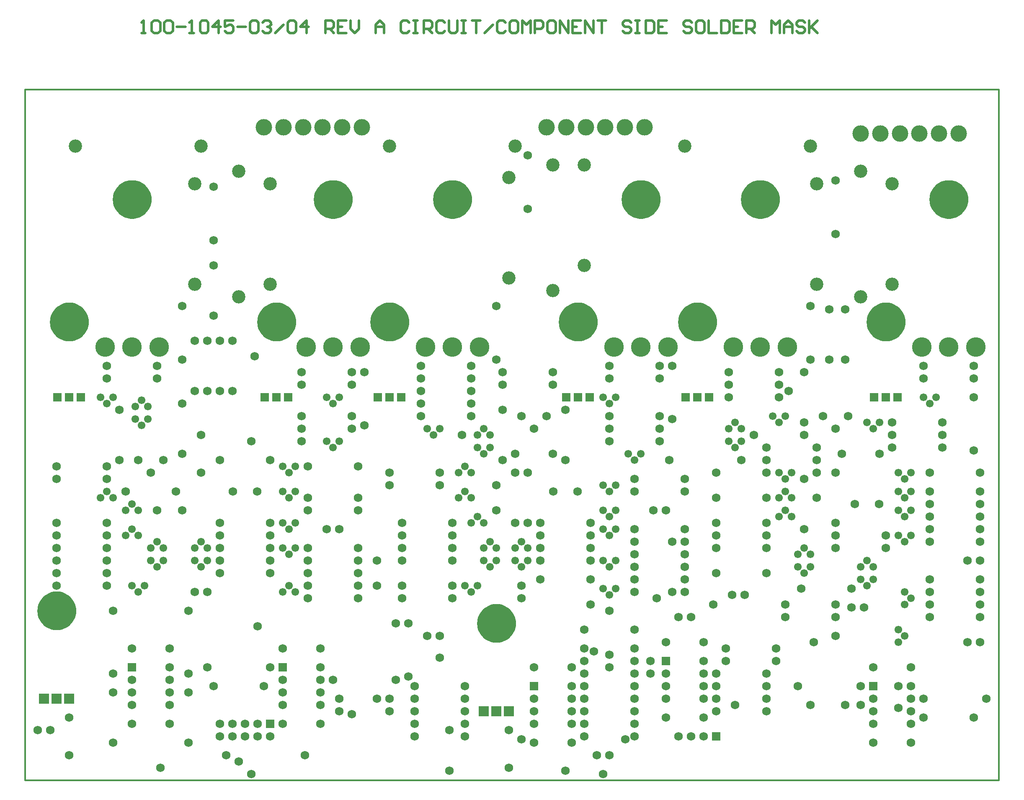
<source format=gbs>
*%FSLAX23Y23*%
*%MOIN*%
G01*
%ADD11C,0.007*%
%ADD12C,0.008*%
%ADD13C,0.010*%
%ADD14C,0.012*%
%ADD15C,0.020*%
%ADD16C,0.025*%
%ADD17C,0.030*%
%ADD18C,0.032*%
%ADD19C,0.036*%
%ADD20C,0.050*%
%ADD21C,0.052*%
%ADD22C,0.055*%
%ADD23C,0.056*%
%ADD24C,0.061*%
%ADD25C,0.062*%
%ADD26C,0.065*%
%ADD27C,0.068*%
%ADD28C,0.070*%
%ADD29C,0.075*%
%ADD30C,0.075*%
%ADD31C,0.085*%
%ADD32C,0.090*%
%ADD33C,0.100*%
%ADD34C,0.106*%
%ADD35C,0.125*%
%ADD36C,0.131*%
%ADD37C,0.145*%
%ADD38C,0.150*%
%ADD39C,0.150*%
%ADD40C,0.156*%
%ADD41C,0.250*%
%ADD42R,0.062X0.062*%
%ADD43R,0.068X0.068*%
%ADD44R,0.075X0.075*%
%ADD45R,0.081X0.081*%
D14*
X13700Y4963D02*
Y10463D01*
X5950D02*
Y4963D01*
Y10463D02*
X13700D01*
Y4963D02*
X5950D01*
D15*
X6875Y10913D02*
X6908D01*
X6892D01*
Y11013D01*
X6893D01*
X6892D02*
X6875Y10996D01*
X6958D02*
X6975Y11013D01*
X7008D01*
X7025Y10996D01*
Y10930D01*
X7008Y10913D01*
X6975D01*
X6958Y10930D01*
Y10996D01*
X7058D02*
X7075Y11013D01*
X7108D01*
X7125Y10996D01*
Y10930D01*
X7108Y10913D01*
X7075D01*
X7058Y10930D01*
Y10996D01*
X7158Y10963D02*
X7225D01*
X7258Y10913D02*
X7292D01*
X7275D01*
Y11013D01*
X7276D01*
X7275D02*
X7258Y10996D01*
X7342D02*
X7358Y11013D01*
X7392D01*
X7408Y10996D01*
Y10930D01*
X7392Y10913D01*
X7358D01*
X7342Y10930D01*
Y10996D01*
X7491Y11013D02*
Y10913D01*
X7441Y10963D02*
X7491Y11013D01*
X7508Y10963D02*
X7441D01*
X7541Y11013D02*
X7608D01*
X7541D02*
Y10963D01*
X7575Y10980D01*
X7591D01*
X7608Y10963D01*
Y10930D01*
X7591Y10913D01*
X7558D01*
X7541Y10930D01*
X7641Y10963D02*
X7708D01*
X7741Y10996D02*
X7758Y11013D01*
X7791D01*
X7808Y10996D01*
Y10930D01*
X7791Y10913D01*
X7758D01*
X7741Y10930D01*
Y10996D01*
X7841D02*
X7858Y11013D01*
X7891D01*
X7908Y10996D01*
Y10980D01*
X7909D01*
X7908D02*
X7909D01*
X7908D02*
X7909D01*
X7908D02*
X7891Y10963D01*
X7875D01*
X7891D01*
X7908Y10946D01*
Y10930D01*
X7891Y10913D01*
X7858D01*
X7841Y10930D01*
X7941Y10913D02*
X8008Y10980D01*
X8041Y10996D02*
X8058Y11013D01*
X8091D01*
X8108Y10996D01*
Y10930D01*
X8091Y10913D01*
X8058D01*
X8041Y10930D01*
Y10996D01*
X8191Y11013D02*
Y10913D01*
X8141Y10963D02*
X8191Y11013D01*
X8208Y10963D02*
X8141D01*
X8341Y10913D02*
Y11013D01*
X8391D01*
X8408Y10996D01*
Y10963D01*
X8391Y10946D01*
X8341D01*
X8375D02*
X8408Y10913D01*
X8441Y11013D02*
X8508D01*
X8441D02*
Y10913D01*
X8508D01*
X8474Y10963D02*
X8441D01*
X8541Y10946D02*
Y11013D01*
Y10946D02*
X8574Y10913D01*
X8608Y10946D01*
Y11013D01*
X8741Y10980D02*
Y10913D01*
Y10980D02*
X8774Y11013D01*
X8808Y10980D01*
Y10913D01*
Y10963D01*
X8741D01*
X8991Y11013D02*
X9008Y10996D01*
X8991Y11013D02*
X8958D01*
X8941Y10996D01*
Y10930D01*
X8958Y10913D01*
X8991D01*
X9008Y10930D01*
X9041Y11013D02*
X9074D01*
X9058D01*
Y10913D01*
X9041D01*
X9074D01*
X9124D02*
Y11013D01*
X9174D01*
X9191Y10996D01*
Y10963D01*
X9174Y10946D01*
X9124D01*
X9158D02*
X9191Y10913D01*
X9291Y10996D02*
X9274Y11013D01*
X9241D01*
X9224Y10996D01*
Y10930D01*
X9241Y10913D01*
X9274D01*
X9291Y10930D01*
X9324D02*
Y11013D01*
Y10930D02*
X9341Y10913D01*
X9374D01*
X9391Y10930D01*
Y11013D01*
X9424D02*
X9457D01*
X9441D01*
Y10913D01*
X9424D01*
X9457D01*
X9507Y11013D02*
X9574D01*
X9541D01*
Y10913D01*
X9607D02*
X9674Y10980D01*
X9757Y11013D02*
X9774Y10996D01*
X9757Y11013D02*
X9724D01*
X9707Y10996D01*
Y10930D01*
X9724Y10913D01*
X9757D01*
X9774Y10930D01*
X9824Y11013D02*
X9857D01*
X9824D02*
X9807Y10996D01*
Y10930D01*
X9824Y10913D01*
X9857D01*
X9874Y10930D01*
Y10996D01*
X9857Y11013D01*
X9907D02*
Y10913D01*
X9941Y10980D02*
X9907Y11013D01*
X9941Y10980D02*
X9974Y11013D01*
Y10913D01*
X10007D02*
Y11013D01*
X10057D01*
X10074Y10996D01*
Y10963D01*
X10057Y10946D01*
X10007D01*
X10124Y11013D02*
X10157D01*
X10124D02*
X10107Y10996D01*
Y10930D01*
X10124Y10913D01*
X10157D01*
X10174Y10930D01*
Y10996D01*
X10157Y11013D01*
X10207D02*
Y10913D01*
X10274D02*
X10207Y11013D01*
X10274D02*
Y10913D01*
X10307Y11013D02*
X10374D01*
X10307D02*
Y10913D01*
X10374D01*
X10341Y10963D02*
X10307D01*
X10407Y10913D02*
Y11013D01*
X10474Y10913D01*
Y11013D01*
X10507D02*
X10574D01*
X10540D01*
Y10913D01*
X10757Y11013D02*
X10774Y10996D01*
X10757Y11013D02*
X10724D01*
X10707Y10996D01*
Y10980D01*
X10724Y10963D01*
X10757D01*
X10774Y10946D01*
Y10930D01*
X10757Y10913D01*
X10724D01*
X10707Y10930D01*
X10807Y11013D02*
X10840D01*
X10824D01*
Y10913D01*
X10807D01*
X10840D01*
X10890D02*
Y11013D01*
Y10913D02*
X10940D01*
X10957Y10930D01*
Y10996D01*
X10940Y11013D01*
X10890D01*
X10990D02*
X11057D01*
X10990D02*
Y10913D01*
X11057D01*
X11024Y10963D02*
X10990D01*
X11240Y11013D02*
X11257Y10996D01*
X11240Y11013D02*
X11207D01*
X11190Y10996D01*
Y10980D01*
X11207Y10963D01*
X11240D01*
X11257Y10946D01*
Y10930D01*
X11240Y10913D01*
X11207D01*
X11190Y10930D01*
X11307Y11013D02*
X11340D01*
X11307D02*
X11290Y10996D01*
Y10930D01*
X11307Y10913D01*
X11340D01*
X11357Y10930D01*
Y10996D01*
X11340Y11013D01*
X11390D02*
Y10913D01*
X11457D01*
X11490D02*
Y11013D01*
Y10913D02*
X11540D01*
X11557Y10930D01*
Y10996D01*
X11540Y11013D01*
X11490D01*
X11590D02*
X11657D01*
X11590D02*
Y10913D01*
X11657D01*
X11623Y10963D02*
X11590D01*
X11690Y10913D02*
Y11013D01*
X11740D01*
X11757Y10996D01*
Y10963D01*
X11740Y10946D01*
X11690D01*
X11723D02*
X11757Y10913D01*
X11890D02*
Y11013D01*
X11923Y10980D01*
X11957Y11013D01*
Y10913D01*
X11990D02*
Y10980D01*
X12023Y11013D01*
X12057Y10980D01*
Y10913D01*
Y10963D01*
X11990D01*
X12140Y11013D02*
X12157Y10996D01*
X12140Y11013D02*
X12107D01*
X12090Y10996D01*
Y10980D01*
X12107Y10963D01*
X12140D01*
X12157Y10946D01*
Y10930D01*
X12140Y10913D01*
X12107D01*
X12090Y10930D01*
X12190Y10913D02*
Y11013D01*
Y10946D02*
Y10913D01*
Y10946D02*
X12257Y11013D01*
X12207Y10963D01*
X12257Y10913D01*
D24*
X13000Y7413D02*
D03*
X12950Y7363D02*
D03*
X12900Y7413D02*
D03*
X13100Y8013D02*
D03*
X13150Y7963D02*
D03*
X13200Y8013D02*
D03*
X12900Y7263D02*
D03*
X12950Y7213D02*
D03*
X13000Y7263D02*
D03*
X12900Y6063D02*
D03*
X12950Y6113D02*
D03*
X12900Y6163D02*
D03*
X12950Y6363D02*
D03*
X13000Y6413D02*
D03*
X12950Y6463D02*
D03*
X12900Y7113D02*
D03*
X12950Y7063D02*
D03*
X13000Y7113D02*
D03*
X12900Y6913D02*
D03*
X12950Y6863D02*
D03*
X13000Y6913D02*
D03*
X12650Y7813D02*
D03*
X12700Y7763D02*
D03*
X12750Y7813D02*
D03*
X11900Y7863D02*
D03*
X11950Y7813D02*
D03*
X12000Y7863D02*
D03*
X11550Y7663D02*
D03*
X11600Y7613D02*
D03*
X11650Y7663D02*
D03*
X12050Y7213D02*
D03*
X12000Y7263D02*
D03*
X11950Y7213D02*
D03*
X12050Y7063D02*
D03*
X12000Y7113D02*
D03*
X11950Y7063D02*
D03*
X11650Y7763D02*
D03*
X11600Y7813D02*
D03*
X11550Y7763D02*
D03*
X11950Y7413D02*
D03*
X12000Y7363D02*
D03*
X12050Y7413D02*
D03*
X12700Y6663D02*
D03*
X12650Y6713D02*
D03*
X12600Y6663D02*
D03*
Y6563D02*
D03*
X12650Y6513D02*
D03*
X12700Y6563D02*
D03*
X12100Y6663D02*
D03*
X12150Y6613D02*
D03*
X12200Y6663D02*
D03*
Y6763D02*
D03*
X12150Y6813D02*
D03*
X12100Y6763D02*
D03*
X10750Y7563D02*
D03*
X10800Y7513D02*
D03*
X10850Y7563D02*
D03*
X10550Y8013D02*
D03*
X10600Y7963D02*
D03*
X10650Y8013D02*
D03*
X10550Y7313D02*
D03*
X10600Y7263D02*
D03*
X10650Y7313D02*
D03*
X9950Y6813D02*
D03*
X9900Y6863D02*
D03*
X9850Y6813D02*
D03*
X10550Y6488D02*
D03*
X10600Y6438D02*
D03*
X10650Y6488D02*
D03*
Y6963D02*
D03*
X10600Y6913D02*
D03*
X10550Y6963D02*
D03*
Y6713D02*
D03*
X10600Y6663D02*
D03*
X10650Y6713D02*
D03*
X9850D02*
D03*
X9900Y6663D02*
D03*
X9950Y6713D02*
D03*
X9600D02*
D03*
X9650Y6663D02*
D03*
X9700Y6713D02*
D03*
Y6813D02*
D03*
X9650Y6863D02*
D03*
X9600Y6813D02*
D03*
X10550Y7113D02*
D03*
X10600Y7063D02*
D03*
X10650Y7113D02*
D03*
X9650Y7713D02*
D03*
X9600Y7763D02*
D03*
X9550Y7713D02*
D03*
X9500Y7213D02*
D03*
X9450Y7263D02*
D03*
X9400Y7213D02*
D03*
X9500Y7413D02*
D03*
X9450Y7463D02*
D03*
X9400Y7413D02*
D03*
X9150Y7763D02*
D03*
X9200Y7713D02*
D03*
X9250Y7763D02*
D03*
X9550Y7613D02*
D03*
X9600Y7563D02*
D03*
X9650Y7613D02*
D03*
X8350Y8013D02*
D03*
X8400Y7963D02*
D03*
X8450Y8013D02*
D03*
X8350Y7663D02*
D03*
X8400Y7613D02*
D03*
X8450Y7663D02*
D03*
X9600Y7013D02*
D03*
X9550Y7063D02*
D03*
X9500Y7013D02*
D03*
X9450Y6513D02*
D03*
X9500Y6463D02*
D03*
X9550Y6513D02*
D03*
X6850Y7113D02*
D03*
X6800Y7163D02*
D03*
X6750Y7113D02*
D03*
X6650Y7213D02*
D03*
X6600Y7263D02*
D03*
X6550Y7213D02*
D03*
X8000Y7263D02*
D03*
X8050Y7213D02*
D03*
X8100Y7263D02*
D03*
X8000Y7463D02*
D03*
X8050Y7413D02*
D03*
X8100Y7463D02*
D03*
X6825Y7838D02*
D03*
X6875Y7788D02*
D03*
X6925Y7838D02*
D03*
Y7938D02*
D03*
X6875Y7988D02*
D03*
X6825Y7938D02*
D03*
X6550Y8013D02*
D03*
X6600Y7963D02*
D03*
X6650Y8013D02*
D03*
X6850Y6913D02*
D03*
X6800Y6963D02*
D03*
X6750Y6913D02*
D03*
X8100Y6463D02*
D03*
X8050Y6513D02*
D03*
X8000Y6463D02*
D03*
X6800Y6513D02*
D03*
X6850Y6463D02*
D03*
X6900Y6513D02*
D03*
X7050Y6813D02*
D03*
X7000Y6863D02*
D03*
X6950Y6813D02*
D03*
Y6713D02*
D03*
X7000Y6663D02*
D03*
X7050Y6713D02*
D03*
X7400Y6813D02*
D03*
X7350Y6863D02*
D03*
X7300Y6813D02*
D03*
Y6713D02*
D03*
X7350Y6663D02*
D03*
X7400Y6713D02*
D03*
X8000Y6813D02*
D03*
X8050Y6763D02*
D03*
X8100Y6813D02*
D03*
Y7013D02*
D03*
X8050Y6963D02*
D03*
X8000Y7013D02*
D03*
D27*
X12900Y5538D02*
D03*
Y5713D02*
D03*
X12475Y5563D02*
D03*
X12400Y6113D02*
D03*
X12225Y6063D02*
D03*
X12025Y8063D02*
D03*
X11650Y7513D02*
D03*
X11600Y5563D02*
D03*
X11425Y6363D02*
D03*
X11075Y7513D02*
D03*
X11100Y6463D02*
D03*
Y6863D02*
D03*
X10925Y5913D02*
D03*
Y5813D02*
D03*
X10975Y6413D02*
D03*
X10725Y5288D02*
D03*
X10450Y6363D02*
D03*
X10600Y5863D02*
D03*
Y5963D02*
D03*
Y6313D02*
D03*
X10475Y5988D02*
D03*
X10550Y5013D02*
D03*
X10250Y5038D02*
D03*
X9900Y5288D02*
D03*
X9425Y7713D02*
D03*
X9325Y5363D02*
D03*
Y5038D02*
D03*
X9250Y5938D02*
D03*
X9000Y5788D02*
D03*
X8750Y5613D02*
D03*
Y6513D02*
D03*
Y6713D02*
D03*
X8550Y5488D02*
D03*
X8175Y5163D02*
D03*
X7775Y8338D02*
D03*
X7800Y6188D02*
D03*
X7750Y5013D02*
D03*
X7550Y5163D02*
D03*
X7650Y5113D02*
D03*
X7025Y5063D02*
D03*
X13100Y8263D02*
D03*
X13500D02*
D03*
X13100Y8163D02*
D03*
X13500D02*
D03*
X13150Y7413D02*
D03*
X13550D02*
D03*
X13150Y7163D02*
D03*
X13550D02*
D03*
X13150Y7263D02*
D03*
X13550D02*
D03*
X13250Y7813D02*
D03*
X12850D02*
D03*
X13250Y7713D02*
D03*
X12850D02*
D03*
Y7613D02*
D03*
X13250D02*
D03*
X13500Y8013D02*
D03*
Y7588D02*
D03*
X13450Y6063D02*
D03*
X13550D02*
D03*
X13150Y7063D02*
D03*
X13550D02*
D03*
Y6963D02*
D03*
X13150D02*
D03*
Y6863D02*
D03*
X13550D02*
D03*
X13150Y6263D02*
D03*
X13550D02*
D03*
X13150Y6363D02*
D03*
X13550D02*
D03*
X13150Y6463D02*
D03*
X13550D02*
D03*
X13150Y6563D02*
D03*
X13550D02*
D03*
X13450Y6713D02*
D03*
X13550D02*
D03*
X13100Y5613D02*
D03*
X13600D02*
D03*
X12700Y5863D02*
D03*
X13000D02*
D03*
X13500Y5463D02*
D03*
X13100D02*
D03*
X12400Y9313D02*
D03*
Y9738D02*
D03*
X12150Y8213D02*
D03*
Y7813D02*
D03*
Y7713D02*
D03*
X11750D02*
D03*
X12350Y8313D02*
D03*
Y8713D02*
D03*
X12475Y8313D02*
D03*
Y8713D02*
D03*
X12300Y7863D02*
D03*
X12500D02*
D03*
X12400Y7763D02*
D03*
X11950Y8213D02*
D03*
X11550D02*
D03*
X11950Y8113D02*
D03*
X11550D02*
D03*
X11950Y8013D02*
D03*
X11550D02*
D03*
X11850Y7613D02*
D03*
X12250D02*
D03*
X12450Y7563D02*
D03*
X12750D02*
D03*
X12748Y7163D02*
D03*
X12552D02*
D03*
X11450Y7213D02*
D03*
X11850D02*
D03*
X11450Y7413D02*
D03*
X11850D02*
D03*
X12150Y7363D02*
D03*
Y6963D02*
D03*
X12250Y7213D02*
D03*
Y7413D02*
D03*
X12200Y8313D02*
D03*
Y8738D02*
D03*
X12250Y7513D02*
D03*
X11850D02*
D03*
X11575Y6438D02*
D03*
X11675D02*
D03*
X11925Y5913D02*
D03*
X11525D02*
D03*
X11925Y6013D02*
D03*
X11525D02*
D03*
X12400Y6263D02*
D03*
X12000D02*
D03*
Y6363D02*
D03*
X12400D02*
D03*
X12525Y6338D02*
D03*
X12625D02*
D03*
X12125Y6488D02*
D03*
X12525D02*
D03*
X11050Y6063D02*
D03*
X11350D02*
D03*
X12400Y6913D02*
D03*
X12800D02*
D03*
X12400Y6813D02*
D03*
X12800D02*
D03*
X11200Y6763D02*
D03*
X10800D02*
D03*
X11200Y6963D02*
D03*
X10800D02*
D03*
X12400Y7013D02*
D03*
Y7413D02*
D03*
X11450Y6613D02*
D03*
X11850D02*
D03*
X11450Y6813D02*
D03*
X11850D02*
D03*
X11450Y6913D02*
D03*
X11850D02*
D03*
X11450Y7013D02*
D03*
X11850D02*
D03*
X12700Y5613D02*
D03*
X13000Y5713D02*
D03*
Y5613D02*
D03*
Y5513D02*
D03*
Y5413D02*
D03*
X12700D02*
D03*
Y5513D02*
D03*
X12200Y5563D02*
D03*
X12600D02*
D03*
Y5713D02*
D03*
X12100D02*
D03*
X11450Y5813D02*
D03*
X11850D02*
D03*
Y5713D02*
D03*
X11450D02*
D03*
Y5613D02*
D03*
X11850D02*
D03*
X11350Y5313D02*
D03*
X11250D02*
D03*
X11150D02*
D03*
X13000Y5263D02*
D03*
X12700D02*
D03*
X11450Y5513D02*
D03*
X11850D02*
D03*
X9950Y9513D02*
D03*
Y9938D02*
D03*
X10150Y8113D02*
D03*
X9750D02*
D03*
X10150Y7563D02*
D03*
X9850D02*
D03*
X11000Y7663D02*
D03*
X10600D02*
D03*
X11000Y7763D02*
D03*
X10600D02*
D03*
X11000Y7863D02*
D03*
X10600D02*
D03*
Y8263D02*
D03*
X11000D02*
D03*
X10600Y8163D02*
D03*
X11000D02*
D03*
X9900Y7863D02*
D03*
X10100D02*
D03*
X10000Y7763D02*
D03*
X10250Y7513D02*
D03*
Y7913D02*
D03*
X9750D02*
D03*
Y7513D02*
D03*
X10152Y7263D02*
D03*
X10348D02*
D03*
X9700Y7113D02*
D03*
Y7313D02*
D03*
X10800Y7363D02*
D03*
X11200D02*
D03*
X10800Y7263D02*
D03*
X11200D02*
D03*
X11050Y7113D02*
D03*
X10950D02*
D03*
X11100Y8263D02*
D03*
Y7838D02*
D03*
X9700Y8313D02*
D03*
Y8738D02*
D03*
X9750Y8213D02*
D03*
X10150D02*
D03*
X9850Y7013D02*
D03*
Y7413D02*
D03*
X9950Y7013D02*
D03*
Y7413D02*
D03*
X10050Y6813D02*
D03*
X10450D02*
D03*
X10800Y6163D02*
D03*
X10400D02*
D03*
Y6013D02*
D03*
X10800D02*
D03*
Y5913D02*
D03*
X10400D02*
D03*
Y5813D02*
D03*
X10800D02*
D03*
Y5713D02*
D03*
X10400D02*
D03*
X10800Y5613D02*
D03*
X10400D02*
D03*
X10000Y5863D02*
D03*
X10300D02*
D03*
X10000Y5613D02*
D03*
X10300Y5713D02*
D03*
Y5613D02*
D03*
Y5513D02*
D03*
Y5413D02*
D03*
X10000D02*
D03*
Y5513D02*
D03*
X11050Y5813D02*
D03*
X11350Y5913D02*
D03*
Y5813D02*
D03*
Y5713D02*
D03*
Y5613D02*
D03*
X11050D02*
D03*
Y5713D02*
D03*
X10050Y6713D02*
D03*
X10450D02*
D03*
X10050Y6563D02*
D03*
X10450D02*
D03*
X9900Y6413D02*
D03*
Y6513D02*
D03*
X10050Y6913D02*
D03*
X10450D02*
D03*
Y7013D02*
D03*
X10050D02*
D03*
X10800Y6463D02*
D03*
X11200D02*
D03*
X10800Y6563D02*
D03*
X11200D02*
D03*
X10800Y6663D02*
D03*
X11200D02*
D03*
X10800Y6863D02*
D03*
X11200D02*
D03*
X11250Y6263D02*
D03*
X11150D02*
D03*
X10500Y5163D02*
D03*
X10600D02*
D03*
X10800Y5513D02*
D03*
X10400D02*
D03*
Y5413D02*
D03*
X10800D02*
D03*
X10400Y5313D02*
D03*
X10800D02*
D03*
X10300Y5263D02*
D03*
X10000D02*
D03*
X11350Y5463D02*
D03*
X11050D02*
D03*
X9800Y5063D02*
D03*
Y5363D02*
D03*
X8850Y7413D02*
D03*
X9250D02*
D03*
X8200Y7113D02*
D03*
X8600D02*
D03*
X8200Y7463D02*
D03*
X8600D02*
D03*
X9500Y8263D02*
D03*
X9100D02*
D03*
X9500Y8163D02*
D03*
X9100D02*
D03*
X9500Y8063D02*
D03*
X9100D02*
D03*
Y7963D02*
D03*
X9500D02*
D03*
X9100Y7863D02*
D03*
X9500D02*
D03*
X8850Y7313D02*
D03*
X9250D02*
D03*
X8600Y7213D02*
D03*
X8200D02*
D03*
X8150Y8213D02*
D03*
X8550D02*
D03*
X8150Y8113D02*
D03*
X8550D02*
D03*
X8150Y7863D02*
D03*
X8550D02*
D03*
X8150Y7763D02*
D03*
X8550D02*
D03*
X8650Y8213D02*
D03*
Y7788D02*
D03*
X8400Y5763D02*
D03*
X8900D02*
D03*
X8200Y6413D02*
D03*
X8600D02*
D03*
X8200Y6513D02*
D03*
X8600D02*
D03*
X8350Y6963D02*
D03*
X8450D02*
D03*
X8200Y6613D02*
D03*
X8600D02*
D03*
X8200Y6713D02*
D03*
X8600D02*
D03*
X8200Y6813D02*
D03*
X8600D02*
D03*
X8950D02*
D03*
X9350D02*
D03*
X8950Y6713D02*
D03*
X9350D02*
D03*
X8950Y6913D02*
D03*
X9350D02*
D03*
X8950Y7013D02*
D03*
X9350D02*
D03*
X8950Y6513D02*
D03*
X9350D02*
D03*
Y6413D02*
D03*
X8950D02*
D03*
X9050Y5713D02*
D03*
X9450D02*
D03*
X9050Y5613D02*
D03*
X9450D02*
D03*
X8850D02*
D03*
X8450D02*
D03*
X8000Y6013D02*
D03*
X8300D02*
D03*
X9250Y6113D02*
D03*
X9150D02*
D03*
X9000Y6213D02*
D03*
X8900D02*
D03*
X9050Y5513D02*
D03*
X9450D02*
D03*
Y5413D02*
D03*
X9050D02*
D03*
X9450Y5313D02*
D03*
X9050D02*
D03*
X8450Y5513D02*
D03*
X8850D02*
D03*
X7450Y9263D02*
D03*
Y9688D02*
D03*
Y8663D02*
D03*
Y9063D02*
D03*
X7200Y7113D02*
D03*
X7000D02*
D03*
X6750Y7263D02*
D03*
X7150D02*
D03*
X7750Y7663D02*
D03*
X8150D02*
D03*
X7350Y7713D02*
D03*
Y7413D02*
D03*
X7500Y7513D02*
D03*
X7900D02*
D03*
X7798Y7263D02*
D03*
X7602D02*
D03*
X6850Y7513D02*
D03*
X7050D02*
D03*
X6950Y7413D02*
D03*
X6700Y7913D02*
D03*
Y7513D02*
D03*
X7200Y7563D02*
D03*
Y7963D02*
D03*
X7600Y8463D02*
D03*
Y8063D02*
D03*
X7500Y8463D02*
D03*
Y8063D02*
D03*
X7400Y8463D02*
D03*
Y8063D02*
D03*
X7300D02*
D03*
Y8463D02*
D03*
X7000Y8263D02*
D03*
X6600D02*
D03*
X7000Y8163D02*
D03*
X6600D02*
D03*
X7200Y8313D02*
D03*
Y8738D02*
D03*
X7500Y6713D02*
D03*
X7900D02*
D03*
X7500Y6813D02*
D03*
X7900D02*
D03*
X7500Y6913D02*
D03*
X7900D02*
D03*
X6800Y5763D02*
D03*
X7100Y5863D02*
D03*
Y5763D02*
D03*
Y5663D02*
D03*
Y5563D02*
D03*
X6800D02*
D03*
Y5663D02*
D03*
X6600Y7013D02*
D03*
X6200D02*
D03*
X7300Y6463D02*
D03*
X7400D02*
D03*
X7500Y7013D02*
D03*
X7900D02*
D03*
Y6613D02*
D03*
X7500D02*
D03*
X8000Y5763D02*
D03*
X8300Y5863D02*
D03*
Y5763D02*
D03*
Y5663D02*
D03*
Y5563D02*
D03*
X8000D02*
D03*
Y5663D02*
D03*
X7900Y5863D02*
D03*
X7400D02*
D03*
X7450Y5713D02*
D03*
X7850D02*
D03*
X7250Y6313D02*
D03*
Y5813D02*
D03*
Y5663D02*
D03*
Y5263D02*
D03*
X6650Y6313D02*
D03*
Y5813D02*
D03*
Y5663D02*
D03*
Y5263D02*
D03*
X6800Y6013D02*
D03*
X7100D02*
D03*
X7600Y5313D02*
D03*
X7900D02*
D03*
X7800Y5413D02*
D03*
Y5313D02*
D03*
X7700Y5413D02*
D03*
Y5313D02*
D03*
X7600Y5413D02*
D03*
X7500D02*
D03*
Y5313D02*
D03*
X8300Y5413D02*
D03*
X8000D02*
D03*
X7100D02*
D03*
X6800D02*
D03*
X6200Y7463D02*
D03*
X6600D02*
D03*
X6200Y7363D02*
D03*
X6600D02*
D03*
X6200Y6513D02*
D03*
X6600D02*
D03*
X6200Y6613D02*
D03*
X6600D02*
D03*
X6200Y6713D02*
D03*
X6600D02*
D03*
X6200Y6813D02*
D03*
X6600D02*
D03*
X6200Y6913D02*
D03*
X6600D02*
D03*
X6300Y5163D02*
D03*
Y5463D02*
D03*
X6050Y5363D02*
D03*
X6150D02*
D03*
D30*
X6184Y8613D02*
X6186D01*
X6184D02*
X6185Y8600D01*
X6188Y8586D01*
X6191Y8573D01*
X6197Y8561D01*
X6204Y8550D01*
X6212Y8539D01*
X6221Y8529D01*
X6231Y8520D01*
X6242Y8513D01*
X6254Y8507D01*
X6267Y8502D01*
X6280Y8499D01*
X6293Y8498D01*
X6307D01*
X6320Y8499D01*
X6333Y8502D01*
X6346Y8507D01*
X6358Y8513D01*
X6369Y8520D01*
X6379Y8529D01*
X6388Y8539D01*
X6396Y8550D01*
X6403Y8561D01*
X6409Y8573D01*
X6412Y8586D01*
X6415Y8600D01*
X6416Y8613D01*
X6416D01*
X6416D02*
X6415Y8626D01*
X6412Y8640D01*
X6409Y8653D01*
X6403Y8665D01*
X6396Y8676D01*
X6388Y8687D01*
X6379Y8697D01*
X6369Y8706D01*
X6358Y8713D01*
X6346Y8719D01*
X6333Y8724D01*
X6320Y8727D01*
X6307Y8728D01*
X6293D01*
X6280Y8727D01*
X6267Y8724D01*
X6254Y8719D01*
X6242Y8713D01*
X6231Y8706D01*
X6221Y8697D01*
X6212Y8687D01*
X6204Y8676D01*
X6197Y8665D01*
X6191Y8653D01*
X6188Y8640D01*
X6185Y8626D01*
X6184Y8613D01*
X6258D02*
X6258D01*
X6258D02*
X6258Y8604D01*
X6261Y8596D01*
X6266Y8588D01*
X6272Y8581D01*
X6279Y8576D01*
X6287Y8573D01*
X6296Y8571D01*
X6304D01*
X6313Y8573D01*
X6321Y8576D01*
X6328Y8581D01*
X6334Y8588D01*
X6339Y8596D01*
X6342Y8604D01*
X6342Y8613D01*
X6344D01*
X6342D02*
X6342Y8622D01*
X6339Y8630D01*
X6334Y8638D01*
X6328Y8645D01*
X6321Y8650D01*
X6313Y8653D01*
X6304Y8655D01*
X6296D01*
X6287Y8653D01*
X6279Y8650D01*
X6272Y8645D01*
X6266Y8638D01*
X6261Y8630D01*
X6258Y8622D01*
X6258Y8613D01*
X6300D02*
D03*
X12684D02*
X12686D01*
X12684D02*
X12685Y8600D01*
X12688Y8586D01*
X12691Y8573D01*
X12697Y8561D01*
X12704Y8550D01*
X12712Y8539D01*
X12721Y8529D01*
X12731Y8520D01*
X12742Y8513D01*
X12754Y8507D01*
X12767Y8502D01*
X12780Y8499D01*
X12793Y8498D01*
X12807D01*
X12820Y8499D01*
X12833Y8502D01*
X12846Y8507D01*
X12858Y8513D01*
X12869Y8520D01*
X12879Y8529D01*
X12888Y8539D01*
X12896Y8550D01*
X12903Y8561D01*
X12909Y8573D01*
X12912Y8586D01*
X12915Y8600D01*
X12916Y8613D01*
X12916D01*
X12916D02*
X12915Y8626D01*
X12912Y8640D01*
X12909Y8653D01*
X12903Y8665D01*
X12896Y8676D01*
X12888Y8687D01*
X12879Y8697D01*
X12869Y8706D01*
X12858Y8713D01*
X12846Y8719D01*
X12833Y8724D01*
X12820Y8727D01*
X12807Y8728D01*
X12793D01*
X12780Y8727D01*
X12767Y8724D01*
X12754Y8719D01*
X12742Y8713D01*
X12731Y8706D01*
X12721Y8697D01*
X12712Y8687D01*
X12704Y8676D01*
X12697Y8665D01*
X12691Y8653D01*
X12688Y8640D01*
X12685Y8626D01*
X12684Y8613D01*
X12758D02*
X12758D01*
X12758D02*
X12758Y8604D01*
X12761Y8596D01*
X12766Y8588D01*
X12772Y8581D01*
X12779Y8576D01*
X12787Y8573D01*
X12796Y8571D01*
X12804D01*
X12813Y8573D01*
X12821Y8576D01*
X12828Y8581D01*
X12834Y8588D01*
X12839Y8596D01*
X12842Y8604D01*
X12842Y8613D01*
X12844D01*
X12842D02*
X12842Y8622D01*
X12839Y8630D01*
X12834Y8638D01*
X12828Y8645D01*
X12821Y8650D01*
X12813Y8653D01*
X12804Y8655D01*
X12796D01*
X12787Y8653D01*
X12779Y8650D01*
X12772Y8645D01*
X12766Y8638D01*
X12761Y8630D01*
X12758Y8622D01*
X12758Y8613D01*
X12800D02*
D03*
X13184Y9588D02*
X13186D01*
X13184D02*
X13185Y9575D01*
X13188Y9561D01*
X13191Y9548D01*
X13197Y9536D01*
X13204Y9525D01*
X13212Y9514D01*
X13221Y9504D01*
X13231Y9495D01*
X13242Y9488D01*
X13254Y9482D01*
X13267Y9477D01*
X13280Y9474D01*
X13293Y9473D01*
X13307D01*
X13320Y9474D01*
X13333Y9477D01*
X13346Y9482D01*
X13358Y9488D01*
X13369Y9495D01*
X13379Y9504D01*
X13388Y9514D01*
X13396Y9525D01*
X13403Y9536D01*
X13409Y9548D01*
X13412Y9561D01*
X13415Y9575D01*
X13416Y9588D01*
X13416D01*
X13416D02*
X13415Y9601D01*
X13412Y9615D01*
X13409Y9628D01*
X13403Y9640D01*
X13396Y9651D01*
X13388Y9662D01*
X13379Y9672D01*
X13369Y9681D01*
X13358Y9688D01*
X13346Y9694D01*
X13333Y9699D01*
X13320Y9702D01*
X13307Y9703D01*
X13293D01*
X13280Y9702D01*
X13267Y9699D01*
X13254Y9694D01*
X13242Y9688D01*
X13231Y9681D01*
X13221Y9672D01*
X13212Y9662D01*
X13204Y9651D01*
X13197Y9640D01*
X13191Y9628D01*
X13188Y9615D01*
X13185Y9601D01*
X13184Y9588D01*
X13258D02*
X13258D01*
X13258D02*
X13258Y9579D01*
X13261Y9571D01*
X13266Y9563D01*
X13272Y9556D01*
X13279Y9551D01*
X13287Y9548D01*
X13296Y9546D01*
X13304D01*
X13313Y9548D01*
X13321Y9551D01*
X13328Y9556D01*
X13334Y9563D01*
X13339Y9571D01*
X13342Y9579D01*
X13342Y9588D01*
X13344D01*
X13342D02*
X13342Y9597D01*
X13339Y9605D01*
X13334Y9613D01*
X13328Y9620D01*
X13321Y9625D01*
X13313Y9628D01*
X13304Y9630D01*
X13296D01*
X13287Y9628D01*
X13279Y9625D01*
X13272Y9620D01*
X13266Y9613D01*
X13261Y9605D01*
X13258Y9597D01*
X13258Y9588D01*
X13300D02*
D03*
X11184Y8613D02*
X11186D01*
X11184D02*
X11185Y8600D01*
X11188Y8586D01*
X11191Y8573D01*
X11197Y8561D01*
X11204Y8550D01*
X11212Y8539D01*
X11221Y8529D01*
X11231Y8520D01*
X11242Y8513D01*
X11254Y8507D01*
X11267Y8502D01*
X11280Y8499D01*
X11293Y8498D01*
X11307D01*
X11320Y8499D01*
X11333Y8502D01*
X11346Y8507D01*
X11358Y8513D01*
X11369Y8520D01*
X11379Y8529D01*
X11388Y8539D01*
X11396Y8550D01*
X11403Y8561D01*
X11409Y8573D01*
X11412Y8586D01*
X11415Y8600D01*
X11416Y8613D01*
X11416D01*
X11416D02*
X11415Y8626D01*
X11412Y8640D01*
X11409Y8653D01*
X11403Y8665D01*
X11396Y8676D01*
X11388Y8687D01*
X11379Y8697D01*
X11369Y8706D01*
X11358Y8713D01*
X11346Y8719D01*
X11333Y8724D01*
X11320Y8727D01*
X11307Y8728D01*
X11293D01*
X11280Y8727D01*
X11267Y8724D01*
X11254Y8719D01*
X11242Y8713D01*
X11231Y8706D01*
X11221Y8697D01*
X11212Y8687D01*
X11204Y8676D01*
X11197Y8665D01*
X11191Y8653D01*
X11188Y8640D01*
X11185Y8626D01*
X11184Y8613D01*
X11258D02*
X11258D01*
X11258D02*
X11258Y8604D01*
X11261Y8596D01*
X11266Y8588D01*
X11272Y8581D01*
X11279Y8576D01*
X11287Y8573D01*
X11296Y8571D01*
X11304D01*
X11313Y8573D01*
X11321Y8576D01*
X11328Y8581D01*
X11334Y8588D01*
X11339Y8596D01*
X11342Y8604D01*
X11342Y8613D01*
X11344D01*
X11342D02*
X11342Y8622D01*
X11339Y8630D01*
X11334Y8638D01*
X11328Y8645D01*
X11321Y8650D01*
X11313Y8653D01*
X11304Y8655D01*
X11296D01*
X11287Y8653D01*
X11279Y8650D01*
X11272Y8645D01*
X11266Y8638D01*
X11261Y8630D01*
X11258Y8622D01*
X11258Y8613D01*
X11300D02*
D03*
X11684Y9588D02*
X11686D01*
X11684D02*
X11685Y9575D01*
X11688Y9561D01*
X11691Y9548D01*
X11697Y9536D01*
X11704Y9525D01*
X11712Y9514D01*
X11721Y9504D01*
X11731Y9495D01*
X11742Y9488D01*
X11754Y9482D01*
X11767Y9477D01*
X11780Y9474D01*
X11793Y9473D01*
X11807D01*
X11820Y9474D01*
X11833Y9477D01*
X11846Y9482D01*
X11858Y9488D01*
X11869Y9495D01*
X11879Y9504D01*
X11888Y9514D01*
X11896Y9525D01*
X11903Y9536D01*
X11909Y9548D01*
X11912Y9561D01*
X11915Y9575D01*
X11916Y9588D01*
X11916D01*
X11916D02*
X11915Y9601D01*
X11912Y9615D01*
X11909Y9628D01*
X11903Y9640D01*
X11896Y9651D01*
X11888Y9662D01*
X11879Y9672D01*
X11869Y9681D01*
X11858Y9688D01*
X11846Y9694D01*
X11833Y9699D01*
X11820Y9702D01*
X11807Y9703D01*
X11793D01*
X11780Y9702D01*
X11767Y9699D01*
X11754Y9694D01*
X11742Y9688D01*
X11731Y9681D01*
X11721Y9672D01*
X11712Y9662D01*
X11704Y9651D01*
X11697Y9640D01*
X11691Y9628D01*
X11688Y9615D01*
X11685Y9601D01*
X11684Y9588D01*
X11758D02*
X11758D01*
X11758D02*
X11758Y9579D01*
X11761Y9571D01*
X11766Y9563D01*
X11772Y9556D01*
X11779Y9551D01*
X11787Y9548D01*
X11796Y9546D01*
X11804D01*
X11813Y9548D01*
X11821Y9551D01*
X11828Y9556D01*
X11834Y9563D01*
X11839Y9571D01*
X11842Y9579D01*
X11842Y9588D01*
X11844D01*
X11842D02*
X11842Y9597D01*
X11839Y9605D01*
X11834Y9613D01*
X11828Y9620D01*
X11821Y9625D01*
X11813Y9628D01*
X11804Y9630D01*
X11796D01*
X11787Y9628D01*
X11779Y9625D01*
X11772Y9620D01*
X11766Y9613D01*
X11761Y9605D01*
X11758Y9597D01*
X11758Y9588D01*
X11800D02*
D03*
X10734D02*
X10736D01*
X10734D02*
X10735Y9575D01*
X10738Y9561D01*
X10741Y9548D01*
X10747Y9536D01*
X10754Y9525D01*
X10762Y9514D01*
X10771Y9504D01*
X10781Y9495D01*
X10792Y9488D01*
X10804Y9482D01*
X10817Y9477D01*
X10830Y9474D01*
X10843Y9473D01*
X10857D01*
X10870Y9474D01*
X10883Y9477D01*
X10896Y9482D01*
X10908Y9488D01*
X10919Y9495D01*
X10929Y9504D01*
X10938Y9514D01*
X10946Y9525D01*
X10953Y9536D01*
X10959Y9548D01*
X10962Y9561D01*
X10965Y9575D01*
X10966Y9588D01*
X10966D01*
X10966D02*
X10965Y9601D01*
X10962Y9615D01*
X10959Y9628D01*
X10953Y9640D01*
X10946Y9651D01*
X10938Y9662D01*
X10929Y9672D01*
X10919Y9681D01*
X10908Y9688D01*
X10896Y9694D01*
X10883Y9699D01*
X10870Y9702D01*
X10857Y9703D01*
X10843D01*
X10830Y9702D01*
X10817Y9699D01*
X10804Y9694D01*
X10792Y9688D01*
X10781Y9681D01*
X10771Y9672D01*
X10762Y9662D01*
X10754Y9651D01*
X10747Y9640D01*
X10741Y9628D01*
X10738Y9615D01*
X10735Y9601D01*
X10734Y9588D01*
X10808D02*
X10808D01*
X10808D02*
X10808Y9579D01*
X10811Y9571D01*
X10816Y9563D01*
X10822Y9556D01*
X10829Y9551D01*
X10837Y9548D01*
X10846Y9546D01*
X10854D01*
X10863Y9548D01*
X10871Y9551D01*
X10878Y9556D01*
X10884Y9563D01*
X10889Y9571D01*
X10892Y9579D01*
X10892Y9588D01*
X10894D01*
X10892D02*
X10892Y9597D01*
X10889Y9605D01*
X10884Y9613D01*
X10878Y9620D01*
X10871Y9625D01*
X10863Y9628D01*
X10854Y9630D01*
X10846D01*
X10837Y9628D01*
X10829Y9625D01*
X10822Y9620D01*
X10816Y9613D01*
X10811Y9605D01*
X10808Y9597D01*
X10808Y9588D01*
X10850D02*
D03*
X10234Y8613D02*
X10236D01*
X10234D02*
X10235Y8600D01*
X10238Y8586D01*
X10241Y8573D01*
X10247Y8561D01*
X10254Y8550D01*
X10262Y8539D01*
X10271Y8529D01*
X10281Y8520D01*
X10292Y8513D01*
X10304Y8507D01*
X10317Y8502D01*
X10330Y8499D01*
X10343Y8498D01*
X10357D01*
X10370Y8499D01*
X10383Y8502D01*
X10396Y8507D01*
X10408Y8513D01*
X10419Y8520D01*
X10429Y8529D01*
X10438Y8539D01*
X10446Y8550D01*
X10453Y8561D01*
X10459Y8573D01*
X10462Y8586D01*
X10465Y8600D01*
X10466Y8613D01*
X10466D01*
X10466D02*
X10465Y8626D01*
X10462Y8640D01*
X10459Y8653D01*
X10453Y8665D01*
X10446Y8676D01*
X10438Y8687D01*
X10429Y8697D01*
X10419Y8706D01*
X10408Y8713D01*
X10396Y8719D01*
X10383Y8724D01*
X10370Y8727D01*
X10357Y8728D01*
X10343D01*
X10330Y8727D01*
X10317Y8724D01*
X10304Y8719D01*
X10292Y8713D01*
X10281Y8706D01*
X10271Y8697D01*
X10262Y8687D01*
X10254Y8676D01*
X10247Y8665D01*
X10241Y8653D01*
X10238Y8640D01*
X10235Y8626D01*
X10234Y8613D01*
X10308D02*
X10308D01*
X10308D02*
X10308Y8604D01*
X10311Y8596D01*
X10316Y8588D01*
X10322Y8581D01*
X10329Y8576D01*
X10337Y8573D01*
X10346Y8571D01*
X10354D01*
X10363Y8573D01*
X10371Y8576D01*
X10378Y8581D01*
X10384Y8588D01*
X10389Y8596D01*
X10392Y8604D01*
X10392Y8613D01*
X10394D01*
X10392D02*
X10392Y8622D01*
X10389Y8630D01*
X10384Y8638D01*
X10378Y8645D01*
X10371Y8650D01*
X10363Y8653D01*
X10354Y8655D01*
X10346D01*
X10337Y8653D01*
X10329Y8650D01*
X10322Y8645D01*
X10316Y8638D01*
X10311Y8630D01*
X10308Y8622D01*
X10308Y8613D01*
X10350D02*
D03*
X8284Y9588D02*
X8286D01*
X8284D02*
X8285Y9575D01*
X8288Y9561D01*
X8291Y9548D01*
X8297Y9536D01*
X8304Y9525D01*
X8312Y9514D01*
X8321Y9504D01*
X8331Y9495D01*
X8342Y9488D01*
X8354Y9482D01*
X8367Y9477D01*
X8380Y9474D01*
X8393Y9473D01*
X8407D01*
X8420Y9474D01*
X8433Y9477D01*
X8446Y9482D01*
X8458Y9488D01*
X8469Y9495D01*
X8479Y9504D01*
X8488Y9514D01*
X8496Y9525D01*
X8503Y9536D01*
X8509Y9548D01*
X8512Y9561D01*
X8515Y9575D01*
X8516Y9588D01*
X8516D01*
X8516D02*
X8515Y9601D01*
X8512Y9615D01*
X8509Y9628D01*
X8503Y9640D01*
X8496Y9651D01*
X8488Y9662D01*
X8479Y9672D01*
X8469Y9681D01*
X8458Y9688D01*
X8446Y9694D01*
X8433Y9699D01*
X8420Y9702D01*
X8407Y9703D01*
X8393D01*
X8380Y9702D01*
X8367Y9699D01*
X8354Y9694D01*
X8342Y9688D01*
X8331Y9681D01*
X8321Y9672D01*
X8312Y9662D01*
X8304Y9651D01*
X8297Y9640D01*
X8291Y9628D01*
X8288Y9615D01*
X8285Y9601D01*
X8284Y9588D01*
X8358D02*
X8358D01*
X8358D02*
X8358Y9579D01*
X8361Y9571D01*
X8366Y9563D01*
X8372Y9556D01*
X8379Y9551D01*
X8387Y9548D01*
X8396Y9546D01*
X8404D01*
X8413Y9548D01*
X8421Y9551D01*
X8428Y9556D01*
X8434Y9563D01*
X8439Y9571D01*
X8442Y9579D01*
X8442Y9588D01*
X8444D01*
X8442D02*
X8442Y9597D01*
X8439Y9605D01*
X8434Y9613D01*
X8428Y9620D01*
X8421Y9625D01*
X8413Y9628D01*
X8404Y9630D01*
X8396D01*
X8387Y9628D01*
X8379Y9625D01*
X8372Y9620D01*
X8366Y9613D01*
X8361Y9605D01*
X8358Y9597D01*
X8358Y9588D01*
X8400D02*
D03*
X9234D02*
X9236D01*
X9234D02*
X9235Y9575D01*
X9238Y9561D01*
X9241Y9548D01*
X9247Y9536D01*
X9254Y9525D01*
X9262Y9514D01*
X9271Y9504D01*
X9281Y9495D01*
X9292Y9488D01*
X9304Y9482D01*
X9317Y9477D01*
X9330Y9474D01*
X9343Y9473D01*
X9357D01*
X9370Y9474D01*
X9383Y9477D01*
X9396Y9482D01*
X9408Y9488D01*
X9419Y9495D01*
X9429Y9504D01*
X9438Y9514D01*
X9446Y9525D01*
X9453Y9536D01*
X9459Y9548D01*
X9462Y9561D01*
X9465Y9575D01*
X9466Y9588D01*
X9466D01*
X9466D02*
X9465Y9601D01*
X9462Y9615D01*
X9459Y9628D01*
X9453Y9640D01*
X9446Y9651D01*
X9438Y9662D01*
X9429Y9672D01*
X9419Y9681D01*
X9408Y9688D01*
X9396Y9694D01*
X9383Y9699D01*
X9370Y9702D01*
X9357Y9703D01*
X9343D01*
X9330Y9702D01*
X9317Y9699D01*
X9304Y9694D01*
X9292Y9688D01*
X9281Y9681D01*
X9271Y9672D01*
X9262Y9662D01*
X9254Y9651D01*
X9247Y9640D01*
X9241Y9628D01*
X9238Y9615D01*
X9235Y9601D01*
X9234Y9588D01*
X9308D02*
X9308D01*
X9308D02*
X9308Y9579D01*
X9311Y9571D01*
X9316Y9563D01*
X9322Y9556D01*
X9329Y9551D01*
X9337Y9548D01*
X9346Y9546D01*
X9354D01*
X9363Y9548D01*
X9371Y9551D01*
X9378Y9556D01*
X9384Y9563D01*
X9389Y9571D01*
X9392Y9579D01*
X9392Y9588D01*
X9394D01*
X9392D02*
X9392Y9597D01*
X9389Y9605D01*
X9384Y9613D01*
X9378Y9620D01*
X9371Y9625D01*
X9363Y9628D01*
X9354Y9630D01*
X9346D01*
X9337Y9628D01*
X9329Y9625D01*
X9322Y9620D01*
X9316Y9613D01*
X9311Y9605D01*
X9308Y9597D01*
X9308Y9588D01*
X9350D02*
D03*
X8734Y8613D02*
X8736D01*
X8734D02*
X8735Y8600D01*
X8738Y8586D01*
X8741Y8573D01*
X8747Y8561D01*
X8754Y8550D01*
X8762Y8539D01*
X8771Y8529D01*
X8781Y8520D01*
X8792Y8513D01*
X8804Y8507D01*
X8817Y8502D01*
X8830Y8499D01*
X8843Y8498D01*
X8857D01*
X8870Y8499D01*
X8883Y8502D01*
X8896Y8507D01*
X8908Y8513D01*
X8919Y8520D01*
X8929Y8529D01*
X8938Y8539D01*
X8946Y8550D01*
X8953Y8561D01*
X8959Y8573D01*
X8962Y8586D01*
X8965Y8600D01*
X8966Y8613D01*
X8966D01*
X8966D02*
X8965Y8626D01*
X8962Y8640D01*
X8959Y8653D01*
X8953Y8665D01*
X8946Y8676D01*
X8938Y8687D01*
X8929Y8697D01*
X8919Y8706D01*
X8908Y8713D01*
X8896Y8719D01*
X8883Y8724D01*
X8870Y8727D01*
X8857Y8728D01*
X8843D01*
X8830Y8727D01*
X8817Y8724D01*
X8804Y8719D01*
X8792Y8713D01*
X8781Y8706D01*
X8771Y8697D01*
X8762Y8687D01*
X8754Y8676D01*
X8747Y8665D01*
X8741Y8653D01*
X8738Y8640D01*
X8735Y8626D01*
X8734Y8613D01*
X8808D02*
X8808D01*
X8808D02*
X8808Y8604D01*
X8811Y8596D01*
X8816Y8588D01*
X8822Y8581D01*
X8829Y8576D01*
X8837Y8573D01*
X8846Y8571D01*
X8854D01*
X8863Y8573D01*
X8871Y8576D01*
X8878Y8581D01*
X8884Y8588D01*
X8889Y8596D01*
X8892Y8604D01*
X8892Y8613D01*
X8894D01*
X8892D02*
X8892Y8622D01*
X8889Y8630D01*
X8884Y8638D01*
X8878Y8645D01*
X8871Y8650D01*
X8863Y8653D01*
X8854Y8655D01*
X8846D01*
X8837Y8653D01*
X8829Y8650D01*
X8822Y8645D01*
X8816Y8638D01*
X8811Y8630D01*
X8808Y8622D01*
X8808Y8613D01*
X8850D02*
D03*
X9584Y6213D02*
X9586D01*
X9584D02*
X9585Y6200D01*
X9588Y6186D01*
X9591Y6173D01*
X9597Y6161D01*
X9604Y6150D01*
X9612Y6139D01*
X9621Y6129D01*
X9631Y6120D01*
X9642Y6113D01*
X9654Y6107D01*
X9667Y6102D01*
X9680Y6099D01*
X9693Y6098D01*
X9707D01*
X9720Y6099D01*
X9733Y6102D01*
X9746Y6107D01*
X9758Y6113D01*
X9769Y6120D01*
X9779Y6129D01*
X9788Y6139D01*
X9796Y6150D01*
X9803Y6161D01*
X9809Y6173D01*
X9812Y6186D01*
X9815Y6200D01*
X9816Y6213D01*
X9816D01*
X9816D02*
X9815Y6226D01*
X9812Y6240D01*
X9809Y6253D01*
X9803Y6265D01*
X9796Y6276D01*
X9788Y6287D01*
X9779Y6297D01*
X9769Y6306D01*
X9758Y6313D01*
X9746Y6319D01*
X9733Y6324D01*
X9720Y6327D01*
X9707Y6328D01*
X9693D01*
X9680Y6327D01*
X9667Y6324D01*
X9654Y6319D01*
X9642Y6313D01*
X9631Y6306D01*
X9621Y6297D01*
X9612Y6287D01*
X9604Y6276D01*
X9597Y6265D01*
X9591Y6253D01*
X9588Y6240D01*
X9585Y6226D01*
X9584Y6213D01*
X9658D02*
X9658D01*
X9658D02*
X9658Y6204D01*
X9661Y6196D01*
X9666Y6188D01*
X9672Y6181D01*
X9679Y6176D01*
X9687Y6173D01*
X9696Y6171D01*
X9704D01*
X9713Y6173D01*
X9721Y6176D01*
X9728Y6181D01*
X9734Y6188D01*
X9739Y6196D01*
X9742Y6204D01*
X9742Y6213D01*
X9744D01*
X9742D02*
X9742Y6222D01*
X9739Y6230D01*
X9734Y6238D01*
X9728Y6245D01*
X9721Y6250D01*
X9713Y6253D01*
X9704Y6255D01*
X9696D01*
X9687Y6253D01*
X9679Y6250D01*
X9672Y6245D01*
X9666Y6238D01*
X9661Y6230D01*
X9658Y6222D01*
X9658Y6213D01*
X9700D02*
D03*
X7834Y8613D02*
X7836D01*
X7834D02*
X7835Y8600D01*
X7838Y8586D01*
X7841Y8573D01*
X7847Y8561D01*
X7854Y8550D01*
X7862Y8539D01*
X7871Y8529D01*
X7881Y8520D01*
X7892Y8513D01*
X7904Y8507D01*
X7917Y8502D01*
X7930Y8499D01*
X7943Y8498D01*
X7957D01*
X7970Y8499D01*
X7983Y8502D01*
X7996Y8507D01*
X8008Y8513D01*
X8019Y8520D01*
X8029Y8529D01*
X8038Y8539D01*
X8046Y8550D01*
X8053Y8561D01*
X8059Y8573D01*
X8062Y8586D01*
X8065Y8600D01*
X8066Y8613D01*
X8066D01*
X8066D02*
X8065Y8626D01*
X8062Y8640D01*
X8059Y8653D01*
X8053Y8665D01*
X8046Y8676D01*
X8038Y8687D01*
X8029Y8697D01*
X8019Y8706D01*
X8008Y8713D01*
X7996Y8719D01*
X7983Y8724D01*
X7970Y8727D01*
X7957Y8728D01*
X7943D01*
X7930Y8727D01*
X7917Y8724D01*
X7904Y8719D01*
X7892Y8713D01*
X7881Y8706D01*
X7871Y8697D01*
X7862Y8687D01*
X7854Y8676D01*
X7847Y8665D01*
X7841Y8653D01*
X7838Y8640D01*
X7835Y8626D01*
X7834Y8613D01*
X7908D02*
X7908D01*
X7908D02*
X7908Y8604D01*
X7911Y8596D01*
X7916Y8588D01*
X7922Y8581D01*
X7929Y8576D01*
X7937Y8573D01*
X7946Y8571D01*
X7954D01*
X7963Y8573D01*
X7971Y8576D01*
X7978Y8581D01*
X7984Y8588D01*
X7989Y8596D01*
X7992Y8604D01*
X7992Y8613D01*
X7994D01*
X7992D02*
X7992Y8622D01*
X7989Y8630D01*
X7984Y8638D01*
X7978Y8645D01*
X7971Y8650D01*
X7963Y8653D01*
X7954Y8655D01*
X7946D01*
X7937Y8653D01*
X7929Y8650D01*
X7922Y8645D01*
X7916Y8638D01*
X7911Y8630D01*
X7908Y8622D01*
X7908Y8613D01*
X7950D02*
D03*
X6684Y9588D02*
X6686D01*
X6684D02*
X6685Y9575D01*
X6688Y9561D01*
X6691Y9548D01*
X6697Y9536D01*
X6704Y9525D01*
X6712Y9514D01*
X6721Y9504D01*
X6731Y9495D01*
X6742Y9488D01*
X6754Y9482D01*
X6767Y9477D01*
X6780Y9474D01*
X6793Y9473D01*
X6807D01*
X6820Y9474D01*
X6833Y9477D01*
X6846Y9482D01*
X6858Y9488D01*
X6869Y9495D01*
X6879Y9504D01*
X6888Y9514D01*
X6896Y9525D01*
X6903Y9536D01*
X6909Y9548D01*
X6912Y9561D01*
X6915Y9575D01*
X6916Y9588D01*
X6916D01*
X6916D02*
X6915Y9601D01*
X6912Y9615D01*
X6909Y9628D01*
X6903Y9640D01*
X6896Y9651D01*
X6888Y9662D01*
X6879Y9672D01*
X6869Y9681D01*
X6858Y9688D01*
X6846Y9694D01*
X6833Y9699D01*
X6820Y9702D01*
X6807Y9703D01*
X6793D01*
X6780Y9702D01*
X6767Y9699D01*
X6754Y9694D01*
X6742Y9688D01*
X6731Y9681D01*
X6721Y9672D01*
X6712Y9662D01*
X6704Y9651D01*
X6697Y9640D01*
X6691Y9628D01*
X6688Y9615D01*
X6685Y9601D01*
X6684Y9588D01*
X6758D02*
X6758D01*
X6758D02*
X6758Y9579D01*
X6761Y9571D01*
X6766Y9563D01*
X6772Y9556D01*
X6779Y9551D01*
X6787Y9548D01*
X6796Y9546D01*
X6804D01*
X6813Y9548D01*
X6821Y9551D01*
X6828Y9556D01*
X6834Y9563D01*
X6839Y9571D01*
X6842Y9579D01*
X6842Y9588D01*
X6844D01*
X6842D02*
X6842Y9597D01*
X6839Y9605D01*
X6834Y9613D01*
X6828Y9620D01*
X6821Y9625D01*
X6813Y9628D01*
X6804Y9630D01*
X6796D01*
X6787Y9628D01*
X6779Y9625D01*
X6772Y9620D01*
X6766Y9613D01*
X6761Y9605D01*
X6758Y9597D01*
X6758Y9588D01*
X6800D02*
D03*
X6084Y6313D02*
X6086D01*
X6084D02*
X6085Y6300D01*
X6088Y6286D01*
X6091Y6273D01*
X6097Y6261D01*
X6104Y6250D01*
X6112Y6239D01*
X6121Y6229D01*
X6131Y6220D01*
X6142Y6213D01*
X6154Y6207D01*
X6167Y6202D01*
X6180Y6199D01*
X6193Y6198D01*
X6207D01*
X6220Y6199D01*
X6233Y6202D01*
X6246Y6207D01*
X6258Y6213D01*
X6269Y6220D01*
X6279Y6229D01*
X6288Y6239D01*
X6296Y6250D01*
X6303Y6261D01*
X6309Y6273D01*
X6312Y6286D01*
X6315Y6300D01*
X6316Y6313D01*
X6316D01*
X6316D02*
X6315Y6326D01*
X6312Y6340D01*
X6309Y6353D01*
X6303Y6365D01*
X6296Y6376D01*
X6288Y6387D01*
X6279Y6397D01*
X6269Y6406D01*
X6258Y6413D01*
X6246Y6419D01*
X6233Y6424D01*
X6220Y6427D01*
X6207Y6428D01*
X6193D01*
X6180Y6427D01*
X6167Y6424D01*
X6154Y6419D01*
X6142Y6413D01*
X6131Y6406D01*
X6121Y6397D01*
X6112Y6387D01*
X6104Y6376D01*
X6097Y6365D01*
X6091Y6353D01*
X6088Y6340D01*
X6085Y6326D01*
X6084Y6313D01*
X6158D02*
X6158D01*
X6158D02*
X6158Y6304D01*
X6161Y6296D01*
X6166Y6288D01*
X6172Y6281D01*
X6179Y6276D01*
X6187Y6273D01*
X6196Y6271D01*
X6204D01*
X6213Y6273D01*
X6221Y6276D01*
X6228Y6281D01*
X6234Y6288D01*
X6239Y6296D01*
X6242Y6304D01*
X6242Y6313D01*
X6244D01*
X6242D02*
X6242Y6322D01*
X6239Y6330D01*
X6234Y6338D01*
X6228Y6345D01*
X6221Y6350D01*
X6213Y6353D01*
X6204Y6355D01*
X6196D01*
X6187Y6353D01*
X6179Y6350D01*
X6172Y6345D01*
X6166Y6338D01*
X6161Y6330D01*
X6158Y6322D01*
X6158Y6313D01*
X6200D02*
D03*
D34*
X12850Y8913D02*
D03*
Y9713D02*
D03*
X12250D02*
D03*
Y8913D02*
D03*
X11200Y10013D02*
D03*
X12200D02*
D03*
X12600Y8813D02*
D03*
Y9813D02*
D03*
X10400Y9063D02*
D03*
Y9863D02*
D03*
X10150D02*
D03*
Y8863D02*
D03*
X9800Y9763D02*
D03*
Y8963D02*
D03*
X9850Y10013D02*
D03*
X8850D02*
D03*
X7900Y8913D02*
D03*
Y9713D02*
D03*
X7650Y8813D02*
D03*
Y9813D02*
D03*
X7300Y9713D02*
D03*
Y8913D02*
D03*
X7350Y10013D02*
D03*
X6350D02*
D03*
D36*
X12756Y10113D02*
D03*
X12912D02*
D03*
X13068D02*
D03*
X13224D02*
D03*
X13380D02*
D03*
X12600D02*
D03*
X10256Y10163D02*
D03*
X10412D02*
D03*
X10568D02*
D03*
X10724D02*
D03*
X10880D02*
D03*
X10100D02*
D03*
X8006D02*
D03*
X8162D02*
D03*
X8318D02*
D03*
X8474D02*
D03*
X8630D02*
D03*
X7850D02*
D03*
D40*
X13515Y8413D02*
D03*
X13300D02*
D03*
X13085D02*
D03*
X12015D02*
D03*
X11800D02*
D03*
X11585D02*
D03*
X11065D02*
D03*
X10850D02*
D03*
X10635D02*
D03*
X8615D02*
D03*
X8400D02*
D03*
X8185D02*
D03*
X9565D02*
D03*
X9350D02*
D03*
X9135D02*
D03*
X7015D02*
D03*
X6800D02*
D03*
X6585D02*
D03*
D43*
X6206Y8013D02*
D03*
X6300D02*
D03*
X6394D02*
D03*
X12706D02*
D03*
X12800D02*
D03*
X12894D02*
D03*
X11206D02*
D03*
X11300D02*
D03*
X11394D02*
D03*
X12700Y5713D02*
D03*
X11450Y5313D02*
D03*
X10256Y8013D02*
D03*
X10350D02*
D03*
X10444D02*
D03*
X10000Y5713D02*
D03*
X11050Y5913D02*
D03*
X8756Y8013D02*
D03*
X8850D02*
D03*
X8944D02*
D03*
X7856D02*
D03*
X7950D02*
D03*
X8044D02*
D03*
X6800Y5863D02*
D03*
X8000D02*
D03*
X7900Y5413D02*
D03*
D45*
X9700Y5513D02*
D03*
X9600D02*
D03*
X9800D02*
D03*
X6300Y5613D02*
D03*
X6200D02*
D03*
X6100D02*
D03*
M02*

</source>
